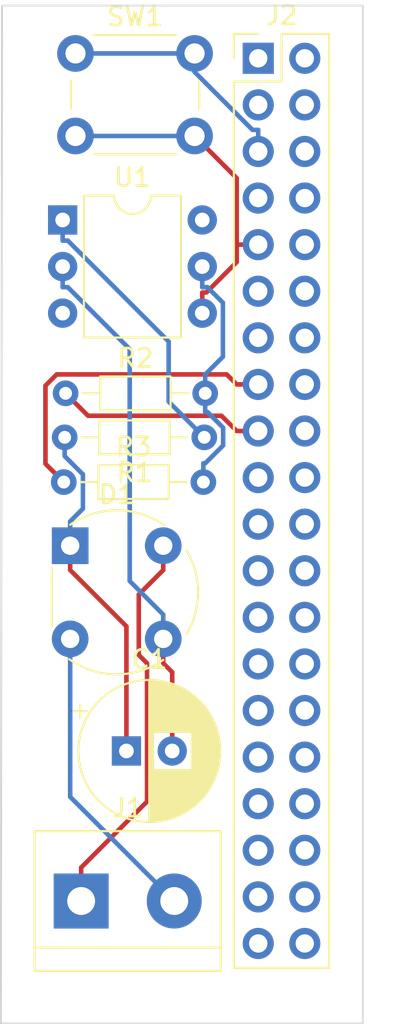
<source format=kicad_pcb>
(kicad_pcb (version 20171130) (host pcbnew "(5.1.5)-2")

  (general
    (thickness 1.6)
    (drawings 1)
    (tracks 67)
    (zones 0)
    (modules 9)
    (nets 11)
  )

  (page A4)
  (layers
    (0 F.Cu signal)
    (31 B.Cu signal)
    (32 B.Adhes user)
    (33 F.Adhes user)
    (34 B.Paste user)
    (35 F.Paste user)
    (36 B.SilkS user)
    (37 F.SilkS user)
    (38 B.Mask user)
    (39 F.Mask user)
    (40 Dwgs.User user)
    (41 Cmts.User user)
    (42 Eco1.User user)
    (43 Eco2.User user)
    (44 Edge.Cuts user)
    (45 Margin user)
    (46 B.CrtYd user)
    (47 F.CrtYd user)
    (48 B.Fab user)
    (49 F.Fab user)
  )

  (setup
    (last_trace_width 0.25)
    (trace_clearance 0.2)
    (zone_clearance 0.508)
    (zone_45_only no)
    (trace_min 0.2)
    (via_size 0.8)
    (via_drill 0.4)
    (via_min_size 0.4)
    (via_min_drill 0.3)
    (uvia_size 0.3)
    (uvia_drill 0.1)
    (uvias_allowed no)
    (uvia_min_size 0.2)
    (uvia_min_drill 0.1)
    (edge_width 0.05)
    (segment_width 0.2)
    (pcb_text_width 0.3)
    (pcb_text_size 1.5 1.5)
    (mod_edge_width 0.12)
    (mod_text_size 1 1)
    (mod_text_width 0.15)
    (pad_size 1.524 1.524)
    (pad_drill 0.762)
    (pad_to_mask_clearance 0.051)
    (solder_mask_min_width 0.25)
    (aux_axis_origin 0 0)
    (visible_elements 7FFFFFFF)
    (pcbplotparams
      (layerselection 0x010fc_ffffffff)
      (usegerberextensions false)
      (usegerberattributes false)
      (usegerberadvancedattributes false)
      (creategerberjobfile false)
      (excludeedgelayer true)
      (linewidth 0.100000)
      (plotframeref false)
      (viasonmask false)
      (mode 1)
      (useauxorigin false)
      (hpglpennumber 1)
      (hpglpenspeed 20)
      (hpglpendiameter 15.000000)
      (psnegative false)
      (psa4output false)
      (plotreference true)
      (plotvalue true)
      (plotinvisibletext false)
      (padsonsilk false)
      (subtractmaskfromsilk false)
      (outputformat 1)
      (mirror false)
      (drillshape 1)
      (scaleselection 1)
      (outputdirectory ""))
  )

  (net 0 "")
  (net 1 "Net-(D1-Pad2)")
  (net 2 /GPIO3)
  (net 3 "Net-(C1-Pad1)")
  (net 4 "Net-(C1-Pad2)")
  (net 5 "Net-(D1-Pad4)")
  (net 6 "Net-(J2-Pad9)")
  (net 7 "Net-(J2-Pad15)")
  (net 8 "Net-(J2-Pad17)")
  (net 9 "Net-(R1-Pad1)")
  (net 10 "Net-(R2-Pad2)")

  (net_class Default "Dies ist die voreingestellte Netzklasse."
    (clearance 0.2)
    (trace_width 0.25)
    (via_dia 0.8)
    (via_drill 0.4)
    (uvia_dia 0.3)
    (uvia_drill 0.1)
    (add_net /GPIO3)
    (add_net "Net-(C1-Pad1)")
    (add_net "Net-(C1-Pad2)")
    (add_net "Net-(D1-Pad2)")
    (add_net "Net-(D1-Pad4)")
    (add_net "Net-(J2-Pad15)")
    (add_net "Net-(J2-Pad17)")
    (add_net "Net-(J2-Pad9)")
    (add_net "Net-(R1-Pad1)")
    (add_net "Net-(R2-Pad2)")
  )

  (module Connector_PinHeader_2.54mm:PinHeader_2x20_P2.54mm_Vertical (layer F.Cu) (tedit 59FED5CC) (tstamp 5ED9B71D)
    (at 54.695 67.385)
    (descr "Through hole straight pin header, 2x20, 2.54mm pitch, double rows")
    (tags "Through hole pin header THT 2x20 2.54mm double row")
    (path /5ED8F937)
    (fp_text reference J2 (at 1.27 -2.33) (layer F.SilkS)
      (effects (font (size 1 1) (thickness 0.15)))
    )
    (fp_text value Raspberry_Pi_2_3 (at 1.27 50.59) (layer F.Fab)
      (effects (font (size 1 1) (thickness 0.15)))
    )
    (fp_line (start 0 -1.27) (end 3.81 -1.27) (layer F.Fab) (width 0.1))
    (fp_line (start 3.81 -1.27) (end 3.81 49.53) (layer F.Fab) (width 0.1))
    (fp_line (start 3.81 49.53) (end -1.27 49.53) (layer F.Fab) (width 0.1))
    (fp_line (start -1.27 49.53) (end -1.27 0) (layer F.Fab) (width 0.1))
    (fp_line (start -1.27 0) (end 0 -1.27) (layer F.Fab) (width 0.1))
    (fp_line (start -1.33 49.59) (end 3.87 49.59) (layer F.SilkS) (width 0.12))
    (fp_line (start -1.33 1.27) (end -1.33 49.59) (layer F.SilkS) (width 0.12))
    (fp_line (start 3.87 -1.33) (end 3.87 49.59) (layer F.SilkS) (width 0.12))
    (fp_line (start -1.33 1.27) (end 1.27 1.27) (layer F.SilkS) (width 0.12))
    (fp_line (start 1.27 1.27) (end 1.27 -1.33) (layer F.SilkS) (width 0.12))
    (fp_line (start 1.27 -1.33) (end 3.87 -1.33) (layer F.SilkS) (width 0.12))
    (fp_line (start -1.33 0) (end -1.33 -1.33) (layer F.SilkS) (width 0.12))
    (fp_line (start -1.33 -1.33) (end 0 -1.33) (layer F.SilkS) (width 0.12))
    (fp_line (start -1.8 -1.8) (end -1.8 50.05) (layer F.CrtYd) (width 0.05))
    (fp_line (start -1.8 50.05) (end 4.35 50.05) (layer F.CrtYd) (width 0.05))
    (fp_line (start 4.35 50.05) (end 4.35 -1.8) (layer F.CrtYd) (width 0.05))
    (fp_line (start 4.35 -1.8) (end -1.8 -1.8) (layer F.CrtYd) (width 0.05))
    (fp_text user %R (at 1.27 24.13 90) (layer F.Fab)
      (effects (font (size 1 1) (thickness 0.15)))
    )
    (pad 1 thru_hole rect (at 0 0) (size 1.7 1.7) (drill 1) (layers *.Cu *.Mask))
    (pad 2 thru_hole oval (at 2.54 0) (size 1.7 1.7) (drill 1) (layers *.Cu *.Mask))
    (pad 3 thru_hole oval (at 0 2.54) (size 1.7 1.7) (drill 1) (layers *.Cu *.Mask))
    (pad 4 thru_hole oval (at 2.54 2.54) (size 1.7 1.7) (drill 1) (layers *.Cu *.Mask))
    (pad 5 thru_hole oval (at 0 5.08) (size 1.7 1.7) (drill 1) (layers *.Cu *.Mask)
      (net 2 /GPIO3))
    (pad 6 thru_hole oval (at 2.54 5.08) (size 1.7 1.7) (drill 1) (layers *.Cu *.Mask))
    (pad 7 thru_hole oval (at 0 7.62) (size 1.7 1.7) (drill 1) (layers *.Cu *.Mask))
    (pad 8 thru_hole oval (at 2.54 7.62) (size 1.7 1.7) (drill 1) (layers *.Cu *.Mask))
    (pad 9 thru_hole oval (at 0 10.16) (size 1.7 1.7) (drill 1) (layers *.Cu *.Mask)
      (net 6 "Net-(J2-Pad9)"))
    (pad 10 thru_hole oval (at 2.54 10.16) (size 1.7 1.7) (drill 1) (layers *.Cu *.Mask))
    (pad 11 thru_hole oval (at 0 12.7) (size 1.7 1.7) (drill 1) (layers *.Cu *.Mask))
    (pad 12 thru_hole oval (at 2.54 12.7) (size 1.7 1.7) (drill 1) (layers *.Cu *.Mask))
    (pad 13 thru_hole oval (at 0 15.24) (size 1.7 1.7) (drill 1) (layers *.Cu *.Mask))
    (pad 14 thru_hole oval (at 2.54 15.24) (size 1.7 1.7) (drill 1) (layers *.Cu *.Mask))
    (pad 15 thru_hole oval (at 0 17.78) (size 1.7 1.7) (drill 1) (layers *.Cu *.Mask)
      (net 7 "Net-(J2-Pad15)"))
    (pad 16 thru_hole oval (at 2.54 17.78) (size 1.7 1.7) (drill 1) (layers *.Cu *.Mask))
    (pad 17 thru_hole oval (at 0 20.32) (size 1.7 1.7) (drill 1) (layers *.Cu *.Mask)
      (net 8 "Net-(J2-Pad17)"))
    (pad 18 thru_hole oval (at 2.54 20.32) (size 1.7 1.7) (drill 1) (layers *.Cu *.Mask))
    (pad 19 thru_hole oval (at 0 22.86) (size 1.7 1.7) (drill 1) (layers *.Cu *.Mask))
    (pad 20 thru_hole oval (at 2.54 22.86) (size 1.7 1.7) (drill 1) (layers *.Cu *.Mask))
    (pad 21 thru_hole oval (at 0 25.4) (size 1.7 1.7) (drill 1) (layers *.Cu *.Mask))
    (pad 22 thru_hole oval (at 2.54 25.4) (size 1.7 1.7) (drill 1) (layers *.Cu *.Mask))
    (pad 23 thru_hole oval (at 0 27.94) (size 1.7 1.7) (drill 1) (layers *.Cu *.Mask))
    (pad 24 thru_hole oval (at 2.54 27.94) (size 1.7 1.7) (drill 1) (layers *.Cu *.Mask))
    (pad 25 thru_hole oval (at 0 30.48) (size 1.7 1.7) (drill 1) (layers *.Cu *.Mask))
    (pad 26 thru_hole oval (at 2.54 30.48) (size 1.7 1.7) (drill 1) (layers *.Cu *.Mask))
    (pad 27 thru_hole oval (at 0 33.02) (size 1.7 1.7) (drill 1) (layers *.Cu *.Mask))
    (pad 28 thru_hole oval (at 2.54 33.02) (size 1.7 1.7) (drill 1) (layers *.Cu *.Mask))
    (pad 29 thru_hole oval (at 0 35.56) (size 1.7 1.7) (drill 1) (layers *.Cu *.Mask))
    (pad 30 thru_hole oval (at 2.54 35.56) (size 1.7 1.7) (drill 1) (layers *.Cu *.Mask))
    (pad 31 thru_hole oval (at 0 38.1) (size 1.7 1.7) (drill 1) (layers *.Cu *.Mask))
    (pad 32 thru_hole oval (at 2.54 38.1) (size 1.7 1.7) (drill 1) (layers *.Cu *.Mask))
    (pad 33 thru_hole oval (at 0 40.64) (size 1.7 1.7) (drill 1) (layers *.Cu *.Mask))
    (pad 34 thru_hole oval (at 2.54 40.64) (size 1.7 1.7) (drill 1) (layers *.Cu *.Mask))
    (pad 35 thru_hole oval (at 0 43.18) (size 1.7 1.7) (drill 1) (layers *.Cu *.Mask))
    (pad 36 thru_hole oval (at 2.54 43.18) (size 1.7 1.7) (drill 1) (layers *.Cu *.Mask))
    (pad 37 thru_hole oval (at 0 45.72) (size 1.7 1.7) (drill 1) (layers *.Cu *.Mask))
    (pad 38 thru_hole oval (at 2.54 45.72) (size 1.7 1.7) (drill 1) (layers *.Cu *.Mask))
    (pad 39 thru_hole oval (at 0 48.26) (size 1.7 1.7) (drill 1) (layers *.Cu *.Mask))
    (pad 40 thru_hole oval (at 2.54 48.26) (size 1.7 1.7) (drill 1) (layers *.Cu *.Mask))
    (model ${KISYS3DMOD}/Connector_PinHeader_2.54mm.3dshapes/PinHeader_2x20_P2.54mm_Vertical.wrl
      (at (xyz 0 0 0))
      (scale (xyz 1 1 1))
      (rotate (xyz 0 0 0))
    )
  )

  (module TerminalBlock:TerminalBlock_bornier-2_P5.08mm (layer F.Cu) (tedit 59FF03AB) (tstamp 5ED9B732)
    (at 45.03 113.33)
    (descr "simple 2-pin terminal block, pitch 5.08mm, revamped version of bornier2")
    (tags "terminal block bornier2")
    (path /5ED99776)
    (fp_text reference J1 (at 2.54 -5.08) (layer F.SilkS)
      (effects (font (size 1 1) (thickness 0.15)))
    )
    (fp_text value Conn_01x02_Male (at 2.54 5.08) (layer F.Fab)
      (effects (font (size 1 1) (thickness 0.15)))
    )
    (fp_text user %R (at 2.54 0) (layer F.Fab)
      (effects (font (size 1 1) (thickness 0.15)))
    )
    (fp_line (start -2.41 2.55) (end 7.49 2.55) (layer F.Fab) (width 0.1))
    (fp_line (start -2.46 -3.75) (end -2.46 3.75) (layer F.Fab) (width 0.1))
    (fp_line (start -2.46 3.75) (end 7.54 3.75) (layer F.Fab) (width 0.1))
    (fp_line (start 7.54 3.75) (end 7.54 -3.75) (layer F.Fab) (width 0.1))
    (fp_line (start 7.54 -3.75) (end -2.46 -3.75) (layer F.Fab) (width 0.1))
    (fp_line (start 7.62 2.54) (end -2.54 2.54) (layer F.SilkS) (width 0.12))
    (fp_line (start 7.62 3.81) (end 7.62 -3.81) (layer F.SilkS) (width 0.12))
    (fp_line (start 7.62 -3.81) (end -2.54 -3.81) (layer F.SilkS) (width 0.12))
    (fp_line (start -2.54 -3.81) (end -2.54 3.81) (layer F.SilkS) (width 0.12))
    (fp_line (start -2.54 3.81) (end 7.62 3.81) (layer F.SilkS) (width 0.12))
    (fp_line (start -2.71 -4) (end 7.79 -4) (layer F.CrtYd) (width 0.05))
    (fp_line (start -2.71 -4) (end -2.71 4) (layer F.CrtYd) (width 0.05))
    (fp_line (start 7.79 4) (end 7.79 -4) (layer F.CrtYd) (width 0.05))
    (fp_line (start 7.79 4) (end -2.71 4) (layer F.CrtYd) (width 0.05))
    (pad 1 thru_hole rect (at 0 0) (size 3 3) (drill 1.52) (layers *.Cu *.Mask)
      (net 5 "Net-(D1-Pad4)"))
    (pad 2 thru_hole circle (at 5.08 0) (size 3 3) (drill 1.52) (layers *.Cu *.Mask)
      (net 1 "Net-(D1-Pad2)"))
    (model ${KISYS3DMOD}/TerminalBlock.3dshapes/TerminalBlock_bornier-2_P5.08mm.wrl
      (offset (xyz 2.539999961853027 0 0))
      (scale (xyz 1 1 1))
      (rotate (xyz 0 0 0))
    )
  )

  (module Resistor_THT:R_Axial_DIN0204_L3.6mm_D1.6mm_P7.62mm_Horizontal (layer F.Cu) (tedit 5AE5139B) (tstamp 5ED9B749)
    (at 51.75 88.05 180)
    (descr "Resistor, Axial_DIN0204 series, Axial, Horizontal, pin pitch=7.62mm, 0.167W, length*diameter=3.6*1.6mm^2, http://cdn-reichelt.de/documents/datenblatt/B400/1_4W%23YAG.pdf")
    (tags "Resistor Axial_DIN0204 series Axial Horizontal pin pitch 7.62mm 0.167W length 3.6mm diameter 1.6mm")
    (path /5ED91482)
    (fp_text reference R1 (at 3.81 -1.92) (layer F.SilkS)
      (effects (font (size 1 1) (thickness 0.15)))
    )
    (fp_text value 1,5k (at 3.81 1.92) (layer F.Fab)
      (effects (font (size 1 1) (thickness 0.15)))
    )
    (fp_line (start 2.01 -0.8) (end 2.01 0.8) (layer F.Fab) (width 0.1))
    (fp_line (start 2.01 0.8) (end 5.61 0.8) (layer F.Fab) (width 0.1))
    (fp_line (start 5.61 0.8) (end 5.61 -0.8) (layer F.Fab) (width 0.1))
    (fp_line (start 5.61 -0.8) (end 2.01 -0.8) (layer F.Fab) (width 0.1))
    (fp_line (start 0 0) (end 2.01 0) (layer F.Fab) (width 0.1))
    (fp_line (start 7.62 0) (end 5.61 0) (layer F.Fab) (width 0.1))
    (fp_line (start 1.89 -0.92) (end 1.89 0.92) (layer F.SilkS) (width 0.12))
    (fp_line (start 1.89 0.92) (end 5.73 0.92) (layer F.SilkS) (width 0.12))
    (fp_line (start 5.73 0.92) (end 5.73 -0.92) (layer F.SilkS) (width 0.12))
    (fp_line (start 5.73 -0.92) (end 1.89 -0.92) (layer F.SilkS) (width 0.12))
    (fp_line (start 0.94 0) (end 1.89 0) (layer F.SilkS) (width 0.12))
    (fp_line (start 6.68 0) (end 5.73 0) (layer F.SilkS) (width 0.12))
    (fp_line (start -0.95 -1.05) (end -0.95 1.05) (layer F.CrtYd) (width 0.05))
    (fp_line (start -0.95 1.05) (end 8.57 1.05) (layer F.CrtYd) (width 0.05))
    (fp_line (start 8.57 1.05) (end 8.57 -1.05) (layer F.CrtYd) (width 0.05))
    (fp_line (start 8.57 -1.05) (end -0.95 -1.05) (layer F.CrtYd) (width 0.05))
    (fp_text user %R (at 3.81 0) (layer F.Fab)
      (effects (font (size 0.72 0.72) (thickness 0.108)))
    )
    (pad 1 thru_hole circle (at 0 0 180) (size 1.4 1.4) (drill 0.7) (layers *.Cu *.Mask)
      (net 9 "Net-(R1-Pad1)"))
    (pad 2 thru_hole oval (at 7.62 0 180) (size 1.4 1.4) (drill 0.7) (layers *.Cu *.Mask)
      (net 3 "Net-(C1-Pad1)"))
    (model ${KISYS3DMOD}/Resistor_THT.3dshapes/R_Axial_DIN0204_L3.6mm_D1.6mm_P7.62mm_Horizontal.wrl
      (at (xyz 0 0 0))
      (scale (xyz 1 1 1))
      (rotate (xyz 0 0 0))
    )
  )

  (module Resistor_THT:R_Axial_DIN0204_L3.6mm_D1.6mm_P7.62mm_Horizontal (layer F.Cu) (tedit 5AE5139B) (tstamp 5ED9B760)
    (at 44.18 85.65)
    (descr "Resistor, Axial_DIN0204 series, Axial, Horizontal, pin pitch=7.62mm, 0.167W, length*diameter=3.6*1.6mm^2, http://cdn-reichelt.de/documents/datenblatt/B400/1_4W%23YAG.pdf")
    (tags "Resistor Axial_DIN0204 series Axial Horizontal pin pitch 7.62mm 0.167W length 3.6mm diameter 1.6mm")
    (path /5ED92CC5)
    (fp_text reference R2 (at 3.81 -1.92) (layer F.SilkS)
      (effects (font (size 1 1) (thickness 0.15)))
    )
    (fp_text value 10k (at 3.81 1.92) (layer F.Fab)
      (effects (font (size 1 1) (thickness 0.15)))
    )
    (fp_text user %R (at 3.81 0) (layer F.Fab)
      (effects (font (size 0.72 0.72) (thickness 0.108)))
    )
    (fp_line (start 8.57 -1.05) (end -0.95 -1.05) (layer F.CrtYd) (width 0.05))
    (fp_line (start 8.57 1.05) (end 8.57 -1.05) (layer F.CrtYd) (width 0.05))
    (fp_line (start -0.95 1.05) (end 8.57 1.05) (layer F.CrtYd) (width 0.05))
    (fp_line (start -0.95 -1.05) (end -0.95 1.05) (layer F.CrtYd) (width 0.05))
    (fp_line (start 6.68 0) (end 5.73 0) (layer F.SilkS) (width 0.12))
    (fp_line (start 0.94 0) (end 1.89 0) (layer F.SilkS) (width 0.12))
    (fp_line (start 5.73 -0.92) (end 1.89 -0.92) (layer F.SilkS) (width 0.12))
    (fp_line (start 5.73 0.92) (end 5.73 -0.92) (layer F.SilkS) (width 0.12))
    (fp_line (start 1.89 0.92) (end 5.73 0.92) (layer F.SilkS) (width 0.12))
    (fp_line (start 1.89 -0.92) (end 1.89 0.92) (layer F.SilkS) (width 0.12))
    (fp_line (start 7.62 0) (end 5.61 0) (layer F.Fab) (width 0.1))
    (fp_line (start 0 0) (end 2.01 0) (layer F.Fab) (width 0.1))
    (fp_line (start 5.61 -0.8) (end 2.01 -0.8) (layer F.Fab) (width 0.1))
    (fp_line (start 5.61 0.8) (end 5.61 -0.8) (layer F.Fab) (width 0.1))
    (fp_line (start 2.01 0.8) (end 5.61 0.8) (layer F.Fab) (width 0.1))
    (fp_line (start 2.01 -0.8) (end 2.01 0.8) (layer F.Fab) (width 0.1))
    (pad 2 thru_hole oval (at 7.62 0) (size 1.4 1.4) (drill 0.7) (layers *.Cu *.Mask)
      (net 10 "Net-(R2-Pad2)"))
    (pad 1 thru_hole circle (at 0 0) (size 1.4 1.4) (drill 0.7) (layers *.Cu *.Mask)
      (net 8 "Net-(J2-Pad17)"))
    (model ${KISYS3DMOD}/Resistor_THT.3dshapes/R_Axial_DIN0204_L3.6mm_D1.6mm_P7.62mm_Horizontal.wrl
      (at (xyz 0 0 0))
      (scale (xyz 1 1 1))
      (rotate (xyz 0 0 0))
    )
  )

  (module Button_Switch_THT:SW_PUSH_6mm_H4.3mm (layer F.Cu) (tedit 5A02FE31) (tstamp 5ED9B77F)
    (at 44.72 67.12)
    (descr "tactile push button, 6x6mm e.g. PHAP33xx series, height=4.3mm")
    (tags "tact sw push 6mm")
    (path /5EDADA8C)
    (fp_text reference SW1 (at 3.25 -2) (layer F.SilkS)
      (effects (font (size 1 1) (thickness 0.15)))
    )
    (fp_text value SW_Push (at 3.75 6.7) (layer F.Fab)
      (effects (font (size 1 1) (thickness 0.15)))
    )
    (fp_text user %R (at 3.25 2.25) (layer F.Fab)
      (effects (font (size 1 1) (thickness 0.15)))
    )
    (fp_line (start 3.25 -0.75) (end 6.25 -0.75) (layer F.Fab) (width 0.1))
    (fp_line (start 6.25 -0.75) (end 6.25 5.25) (layer F.Fab) (width 0.1))
    (fp_line (start 6.25 5.25) (end 0.25 5.25) (layer F.Fab) (width 0.1))
    (fp_line (start 0.25 5.25) (end 0.25 -0.75) (layer F.Fab) (width 0.1))
    (fp_line (start 0.25 -0.75) (end 3.25 -0.75) (layer F.Fab) (width 0.1))
    (fp_line (start 7.75 6) (end 8 6) (layer F.CrtYd) (width 0.05))
    (fp_line (start 8 6) (end 8 5.75) (layer F.CrtYd) (width 0.05))
    (fp_line (start 7.75 -1.5) (end 8 -1.5) (layer F.CrtYd) (width 0.05))
    (fp_line (start 8 -1.5) (end 8 -1.25) (layer F.CrtYd) (width 0.05))
    (fp_line (start -1.5 -1.25) (end -1.5 -1.5) (layer F.CrtYd) (width 0.05))
    (fp_line (start -1.5 -1.5) (end -1.25 -1.5) (layer F.CrtYd) (width 0.05))
    (fp_line (start -1.5 5.75) (end -1.5 6) (layer F.CrtYd) (width 0.05))
    (fp_line (start -1.5 6) (end -1.25 6) (layer F.CrtYd) (width 0.05))
    (fp_line (start -1.25 -1.5) (end 7.75 -1.5) (layer F.CrtYd) (width 0.05))
    (fp_line (start -1.5 5.75) (end -1.5 -1.25) (layer F.CrtYd) (width 0.05))
    (fp_line (start 7.75 6) (end -1.25 6) (layer F.CrtYd) (width 0.05))
    (fp_line (start 8 -1.25) (end 8 5.75) (layer F.CrtYd) (width 0.05))
    (fp_line (start 1 5.5) (end 5.5 5.5) (layer F.SilkS) (width 0.12))
    (fp_line (start -0.25 1.5) (end -0.25 3) (layer F.SilkS) (width 0.12))
    (fp_line (start 5.5 -1) (end 1 -1) (layer F.SilkS) (width 0.12))
    (fp_line (start 6.75 3) (end 6.75 1.5) (layer F.SilkS) (width 0.12))
    (fp_circle (center 3.25 2.25) (end 1.25 2.5) (layer F.Fab) (width 0.1))
    (pad 2 thru_hole circle (at 0 4.5 90) (size 2 2) (drill 1.1) (layers *.Cu *.Mask)
      (net 6 "Net-(J2-Pad9)"))
    (pad 1 thru_hole circle (at 0 0 90) (size 2 2) (drill 1.1) (layers *.Cu *.Mask)
      (net 2 /GPIO3))
    (pad 2 thru_hole circle (at 6.5 4.5 90) (size 2 2) (drill 1.1) (layers *.Cu *.Mask)
      (net 6 "Net-(J2-Pad9)"))
    (pad 1 thru_hole circle (at 6.5 0 90) (size 2 2) (drill 1.1) (layers *.Cu *.Mask)
      (net 2 /GPIO3))
    (model ${KISYS3DMOD}/Button_Switch_THT.3dshapes/SW_PUSH_6mm_H4.3mm.wrl
      (at (xyz 0 0 0))
      (scale (xyz 1 1 1))
      (rotate (xyz 0 0 0))
    )
  )

  (module Capacitor_THT:CP_Radial_D7.5mm_P2.50mm (layer F.Cu) (tedit 5AE50EF0) (tstamp 5EDC5EDE)
    (at 47.5 105.15)
    (descr "CP, Radial series, Radial, pin pitch=2.50mm, , diameter=7.5mm, Electrolytic Capacitor")
    (tags "CP Radial series Radial pin pitch 2.50mm  diameter 7.5mm Electrolytic Capacitor")
    (path /5EDD4223)
    (fp_text reference C1 (at 1.25 -5) (layer F.SilkS)
      (effects (font (size 1 1) (thickness 0.15)))
    )
    (fp_text value "47 uF" (at 1.25 5) (layer F.Fab)
      (effects (font (size 1 1) (thickness 0.15)))
    )
    (fp_circle (center 1.25 0) (end 5 0) (layer F.Fab) (width 0.1))
    (fp_circle (center 1.25 0) (end 5.12 0) (layer F.SilkS) (width 0.12))
    (fp_circle (center 1.25 0) (end 5.25 0) (layer F.CrtYd) (width 0.05))
    (fp_line (start -1.961233 -1.6375) (end -1.211233 -1.6375) (layer F.Fab) (width 0.1))
    (fp_line (start -1.586233 -2.0125) (end -1.586233 -1.2625) (layer F.Fab) (width 0.1))
    (fp_line (start 1.25 -3.83) (end 1.25 3.83) (layer F.SilkS) (width 0.12))
    (fp_line (start 1.29 -3.83) (end 1.29 3.83) (layer F.SilkS) (width 0.12))
    (fp_line (start 1.33 -3.83) (end 1.33 3.83) (layer F.SilkS) (width 0.12))
    (fp_line (start 1.37 -3.829) (end 1.37 3.829) (layer F.SilkS) (width 0.12))
    (fp_line (start 1.41 -3.827) (end 1.41 3.827) (layer F.SilkS) (width 0.12))
    (fp_line (start 1.45 -3.825) (end 1.45 3.825) (layer F.SilkS) (width 0.12))
    (fp_line (start 1.49 -3.823) (end 1.49 -1.04) (layer F.SilkS) (width 0.12))
    (fp_line (start 1.49 1.04) (end 1.49 3.823) (layer F.SilkS) (width 0.12))
    (fp_line (start 1.53 -3.82) (end 1.53 -1.04) (layer F.SilkS) (width 0.12))
    (fp_line (start 1.53 1.04) (end 1.53 3.82) (layer F.SilkS) (width 0.12))
    (fp_line (start 1.57 -3.817) (end 1.57 -1.04) (layer F.SilkS) (width 0.12))
    (fp_line (start 1.57 1.04) (end 1.57 3.817) (layer F.SilkS) (width 0.12))
    (fp_line (start 1.61 -3.814) (end 1.61 -1.04) (layer F.SilkS) (width 0.12))
    (fp_line (start 1.61 1.04) (end 1.61 3.814) (layer F.SilkS) (width 0.12))
    (fp_line (start 1.65 -3.81) (end 1.65 -1.04) (layer F.SilkS) (width 0.12))
    (fp_line (start 1.65 1.04) (end 1.65 3.81) (layer F.SilkS) (width 0.12))
    (fp_line (start 1.69 -3.805) (end 1.69 -1.04) (layer F.SilkS) (width 0.12))
    (fp_line (start 1.69 1.04) (end 1.69 3.805) (layer F.SilkS) (width 0.12))
    (fp_line (start 1.73 -3.801) (end 1.73 -1.04) (layer F.SilkS) (width 0.12))
    (fp_line (start 1.73 1.04) (end 1.73 3.801) (layer F.SilkS) (width 0.12))
    (fp_line (start 1.77 -3.795) (end 1.77 -1.04) (layer F.SilkS) (width 0.12))
    (fp_line (start 1.77 1.04) (end 1.77 3.795) (layer F.SilkS) (width 0.12))
    (fp_line (start 1.81 -3.79) (end 1.81 -1.04) (layer F.SilkS) (width 0.12))
    (fp_line (start 1.81 1.04) (end 1.81 3.79) (layer F.SilkS) (width 0.12))
    (fp_line (start 1.85 -3.784) (end 1.85 -1.04) (layer F.SilkS) (width 0.12))
    (fp_line (start 1.85 1.04) (end 1.85 3.784) (layer F.SilkS) (width 0.12))
    (fp_line (start 1.89 -3.777) (end 1.89 -1.04) (layer F.SilkS) (width 0.12))
    (fp_line (start 1.89 1.04) (end 1.89 3.777) (layer F.SilkS) (width 0.12))
    (fp_line (start 1.93 -3.77) (end 1.93 -1.04) (layer F.SilkS) (width 0.12))
    (fp_line (start 1.93 1.04) (end 1.93 3.77) (layer F.SilkS) (width 0.12))
    (fp_line (start 1.971 -3.763) (end 1.971 -1.04) (layer F.SilkS) (width 0.12))
    (fp_line (start 1.971 1.04) (end 1.971 3.763) (layer F.SilkS) (width 0.12))
    (fp_line (start 2.011 -3.755) (end 2.011 -1.04) (layer F.SilkS) (width 0.12))
    (fp_line (start 2.011 1.04) (end 2.011 3.755) (layer F.SilkS) (width 0.12))
    (fp_line (start 2.051 -3.747) (end 2.051 -1.04) (layer F.SilkS) (width 0.12))
    (fp_line (start 2.051 1.04) (end 2.051 3.747) (layer F.SilkS) (width 0.12))
    (fp_line (start 2.091 -3.738) (end 2.091 -1.04) (layer F.SilkS) (width 0.12))
    (fp_line (start 2.091 1.04) (end 2.091 3.738) (layer F.SilkS) (width 0.12))
    (fp_line (start 2.131 -3.729) (end 2.131 -1.04) (layer F.SilkS) (width 0.12))
    (fp_line (start 2.131 1.04) (end 2.131 3.729) (layer F.SilkS) (width 0.12))
    (fp_line (start 2.171 -3.72) (end 2.171 -1.04) (layer F.SilkS) (width 0.12))
    (fp_line (start 2.171 1.04) (end 2.171 3.72) (layer F.SilkS) (width 0.12))
    (fp_line (start 2.211 -3.71) (end 2.211 -1.04) (layer F.SilkS) (width 0.12))
    (fp_line (start 2.211 1.04) (end 2.211 3.71) (layer F.SilkS) (width 0.12))
    (fp_line (start 2.251 -3.699) (end 2.251 -1.04) (layer F.SilkS) (width 0.12))
    (fp_line (start 2.251 1.04) (end 2.251 3.699) (layer F.SilkS) (width 0.12))
    (fp_line (start 2.291 -3.688) (end 2.291 -1.04) (layer F.SilkS) (width 0.12))
    (fp_line (start 2.291 1.04) (end 2.291 3.688) (layer F.SilkS) (width 0.12))
    (fp_line (start 2.331 -3.677) (end 2.331 -1.04) (layer F.SilkS) (width 0.12))
    (fp_line (start 2.331 1.04) (end 2.331 3.677) (layer F.SilkS) (width 0.12))
    (fp_line (start 2.371 -3.665) (end 2.371 -1.04) (layer F.SilkS) (width 0.12))
    (fp_line (start 2.371 1.04) (end 2.371 3.665) (layer F.SilkS) (width 0.12))
    (fp_line (start 2.411 -3.653) (end 2.411 -1.04) (layer F.SilkS) (width 0.12))
    (fp_line (start 2.411 1.04) (end 2.411 3.653) (layer F.SilkS) (width 0.12))
    (fp_line (start 2.451 -3.64) (end 2.451 -1.04) (layer F.SilkS) (width 0.12))
    (fp_line (start 2.451 1.04) (end 2.451 3.64) (layer F.SilkS) (width 0.12))
    (fp_line (start 2.491 -3.626) (end 2.491 -1.04) (layer F.SilkS) (width 0.12))
    (fp_line (start 2.491 1.04) (end 2.491 3.626) (layer F.SilkS) (width 0.12))
    (fp_line (start 2.531 -3.613) (end 2.531 -1.04) (layer F.SilkS) (width 0.12))
    (fp_line (start 2.531 1.04) (end 2.531 3.613) (layer F.SilkS) (width 0.12))
    (fp_line (start 2.571 -3.598) (end 2.571 -1.04) (layer F.SilkS) (width 0.12))
    (fp_line (start 2.571 1.04) (end 2.571 3.598) (layer F.SilkS) (width 0.12))
    (fp_line (start 2.611 -3.584) (end 2.611 -1.04) (layer F.SilkS) (width 0.12))
    (fp_line (start 2.611 1.04) (end 2.611 3.584) (layer F.SilkS) (width 0.12))
    (fp_line (start 2.651 -3.568) (end 2.651 -1.04) (layer F.SilkS) (width 0.12))
    (fp_line (start 2.651 1.04) (end 2.651 3.568) (layer F.SilkS) (width 0.12))
    (fp_line (start 2.691 -3.553) (end 2.691 -1.04) (layer F.SilkS) (width 0.12))
    (fp_line (start 2.691 1.04) (end 2.691 3.553) (layer F.SilkS) (width 0.12))
    (fp_line (start 2.731 -3.536) (end 2.731 -1.04) (layer F.SilkS) (width 0.12))
    (fp_line (start 2.731 1.04) (end 2.731 3.536) (layer F.SilkS) (width 0.12))
    (fp_line (start 2.771 -3.52) (end 2.771 -1.04) (layer F.SilkS) (width 0.12))
    (fp_line (start 2.771 1.04) (end 2.771 3.52) (layer F.SilkS) (width 0.12))
    (fp_line (start 2.811 -3.502) (end 2.811 -1.04) (layer F.SilkS) (width 0.12))
    (fp_line (start 2.811 1.04) (end 2.811 3.502) (layer F.SilkS) (width 0.12))
    (fp_line (start 2.851 -3.484) (end 2.851 -1.04) (layer F.SilkS) (width 0.12))
    (fp_line (start 2.851 1.04) (end 2.851 3.484) (layer F.SilkS) (width 0.12))
    (fp_line (start 2.891 -3.466) (end 2.891 -1.04) (layer F.SilkS) (width 0.12))
    (fp_line (start 2.891 1.04) (end 2.891 3.466) (layer F.SilkS) (width 0.12))
    (fp_line (start 2.931 -3.447) (end 2.931 -1.04) (layer F.SilkS) (width 0.12))
    (fp_line (start 2.931 1.04) (end 2.931 3.447) (layer F.SilkS) (width 0.12))
    (fp_line (start 2.971 -3.427) (end 2.971 -1.04) (layer F.SilkS) (width 0.12))
    (fp_line (start 2.971 1.04) (end 2.971 3.427) (layer F.SilkS) (width 0.12))
    (fp_line (start 3.011 -3.407) (end 3.011 -1.04) (layer F.SilkS) (width 0.12))
    (fp_line (start 3.011 1.04) (end 3.011 3.407) (layer F.SilkS) (width 0.12))
    (fp_line (start 3.051 -3.386) (end 3.051 -1.04) (layer F.SilkS) (width 0.12))
    (fp_line (start 3.051 1.04) (end 3.051 3.386) (layer F.SilkS) (width 0.12))
    (fp_line (start 3.091 -3.365) (end 3.091 -1.04) (layer F.SilkS) (width 0.12))
    (fp_line (start 3.091 1.04) (end 3.091 3.365) (layer F.SilkS) (width 0.12))
    (fp_line (start 3.131 -3.343) (end 3.131 -1.04) (layer F.SilkS) (width 0.12))
    (fp_line (start 3.131 1.04) (end 3.131 3.343) (layer F.SilkS) (width 0.12))
    (fp_line (start 3.171 -3.321) (end 3.171 -1.04) (layer F.SilkS) (width 0.12))
    (fp_line (start 3.171 1.04) (end 3.171 3.321) (layer F.SilkS) (width 0.12))
    (fp_line (start 3.211 -3.297) (end 3.211 -1.04) (layer F.SilkS) (width 0.12))
    (fp_line (start 3.211 1.04) (end 3.211 3.297) (layer F.SilkS) (width 0.12))
    (fp_line (start 3.251 -3.274) (end 3.251 -1.04) (layer F.SilkS) (width 0.12))
    (fp_line (start 3.251 1.04) (end 3.251 3.274) (layer F.SilkS) (width 0.12))
    (fp_line (start 3.291 -3.249) (end 3.291 -1.04) (layer F.SilkS) (width 0.12))
    (fp_line (start 3.291 1.04) (end 3.291 3.249) (layer F.SilkS) (width 0.12))
    (fp_line (start 3.331 -3.224) (end 3.331 -1.04) (layer F.SilkS) (width 0.12))
    (fp_line (start 3.331 1.04) (end 3.331 3.224) (layer F.SilkS) (width 0.12))
    (fp_line (start 3.371 -3.198) (end 3.371 -1.04) (layer F.SilkS) (width 0.12))
    (fp_line (start 3.371 1.04) (end 3.371 3.198) (layer F.SilkS) (width 0.12))
    (fp_line (start 3.411 -3.172) (end 3.411 -1.04) (layer F.SilkS) (width 0.12))
    (fp_line (start 3.411 1.04) (end 3.411 3.172) (layer F.SilkS) (width 0.12))
    (fp_line (start 3.451 -3.144) (end 3.451 -1.04) (layer F.SilkS) (width 0.12))
    (fp_line (start 3.451 1.04) (end 3.451 3.144) (layer F.SilkS) (width 0.12))
    (fp_line (start 3.491 -3.116) (end 3.491 -1.04) (layer F.SilkS) (width 0.12))
    (fp_line (start 3.491 1.04) (end 3.491 3.116) (layer F.SilkS) (width 0.12))
    (fp_line (start 3.531 -3.088) (end 3.531 -1.04) (layer F.SilkS) (width 0.12))
    (fp_line (start 3.531 1.04) (end 3.531 3.088) (layer F.SilkS) (width 0.12))
    (fp_line (start 3.571 -3.058) (end 3.571 3.058) (layer F.SilkS) (width 0.12))
    (fp_line (start 3.611 -3.028) (end 3.611 3.028) (layer F.SilkS) (width 0.12))
    (fp_line (start 3.651 -2.996) (end 3.651 2.996) (layer F.SilkS) (width 0.12))
    (fp_line (start 3.691 -2.964) (end 3.691 2.964) (layer F.SilkS) (width 0.12))
    (fp_line (start 3.731 -2.931) (end 3.731 2.931) (layer F.SilkS) (width 0.12))
    (fp_line (start 3.771 -2.898) (end 3.771 2.898) (layer F.SilkS) (width 0.12))
    (fp_line (start 3.811 -2.863) (end 3.811 2.863) (layer F.SilkS) (width 0.12))
    (fp_line (start 3.851 -2.827) (end 3.851 2.827) (layer F.SilkS) (width 0.12))
    (fp_line (start 3.891 -2.79) (end 3.891 2.79) (layer F.SilkS) (width 0.12))
    (fp_line (start 3.931 -2.752) (end 3.931 2.752) (layer F.SilkS) (width 0.12))
    (fp_line (start 3.971 -2.713) (end 3.971 2.713) (layer F.SilkS) (width 0.12))
    (fp_line (start 4.011 -2.673) (end 4.011 2.673) (layer F.SilkS) (width 0.12))
    (fp_line (start 4.051 -2.632) (end 4.051 2.632) (layer F.SilkS) (width 0.12))
    (fp_line (start 4.091 -2.589) (end 4.091 2.589) (layer F.SilkS) (width 0.12))
    (fp_line (start 4.131 -2.546) (end 4.131 2.546) (layer F.SilkS) (width 0.12))
    (fp_line (start 4.171 -2.5) (end 4.171 2.5) (layer F.SilkS) (width 0.12))
    (fp_line (start 4.211 -2.454) (end 4.211 2.454) (layer F.SilkS) (width 0.12))
    (fp_line (start 4.251 -2.405) (end 4.251 2.405) (layer F.SilkS) (width 0.12))
    (fp_line (start 4.291 -2.355) (end 4.291 2.355) (layer F.SilkS) (width 0.12))
    (fp_line (start 4.331 -2.304) (end 4.331 2.304) (layer F.SilkS) (width 0.12))
    (fp_line (start 4.371 -2.25) (end 4.371 2.25) (layer F.SilkS) (width 0.12))
    (fp_line (start 4.411 -2.195) (end 4.411 2.195) (layer F.SilkS) (width 0.12))
    (fp_line (start 4.451 -2.137) (end 4.451 2.137) (layer F.SilkS) (width 0.12))
    (fp_line (start 4.491 -2.077) (end 4.491 2.077) (layer F.SilkS) (width 0.12))
    (fp_line (start 4.531 -2.014) (end 4.531 2.014) (layer F.SilkS) (width 0.12))
    (fp_line (start 4.571 -1.949) (end 4.571 1.949) (layer F.SilkS) (width 0.12))
    (fp_line (start 4.611 -1.881) (end 4.611 1.881) (layer F.SilkS) (width 0.12))
    (fp_line (start 4.651 -1.809) (end 4.651 1.809) (layer F.SilkS) (width 0.12))
    (fp_line (start 4.691 -1.733) (end 4.691 1.733) (layer F.SilkS) (width 0.12))
    (fp_line (start 4.731 -1.654) (end 4.731 1.654) (layer F.SilkS) (width 0.12))
    (fp_line (start 4.771 -1.569) (end 4.771 1.569) (layer F.SilkS) (width 0.12))
    (fp_line (start 4.811 -1.478) (end 4.811 1.478) (layer F.SilkS) (width 0.12))
    (fp_line (start 4.851 -1.381) (end 4.851 1.381) (layer F.SilkS) (width 0.12))
    (fp_line (start 4.891 -1.275) (end 4.891 1.275) (layer F.SilkS) (width 0.12))
    (fp_line (start 4.931 -1.158) (end 4.931 1.158) (layer F.SilkS) (width 0.12))
    (fp_line (start 4.971 -1.028) (end 4.971 1.028) (layer F.SilkS) (width 0.12))
    (fp_line (start 5.011 -0.877) (end 5.011 0.877) (layer F.SilkS) (width 0.12))
    (fp_line (start 5.051 -0.693) (end 5.051 0.693) (layer F.SilkS) (width 0.12))
    (fp_line (start 5.091 -0.441) (end 5.091 0.441) (layer F.SilkS) (width 0.12))
    (fp_line (start -2.892211 -2.175) (end -2.142211 -2.175) (layer F.SilkS) (width 0.12))
    (fp_line (start -2.517211 -2.55) (end -2.517211 -1.8) (layer F.SilkS) (width 0.12))
    (fp_text user %R (at 1.25 0) (layer F.Fab)
      (effects (font (size 1 1) (thickness 0.15)))
    )
    (pad 1 thru_hole rect (at 0 0) (size 1.6 1.6) (drill 0.8) (layers *.Cu *.Mask)
      (net 3 "Net-(C1-Pad1)"))
    (pad 2 thru_hole circle (at 2.5 0) (size 1.6 1.6) (drill 0.8) (layers *.Cu *.Mask)
      (net 4 "Net-(C1-Pad2)"))
    (model ${KISYS3DMOD}/Capacitor_THT.3dshapes/CP_Radial_D7.5mm_P2.50mm.wrl
      (at (xyz 0 0 0))
      (scale (xyz 1 1 1))
      (rotate (xyz 0 0 0))
    )
  )

  (module Diode_THT:Diode_Bridge_Round_D8.9mm (layer F.Cu) (tedit 5A142105) (tstamp 5EDC607F)
    (at 44.43 93.96)
    (descr "4-lead round diode bridge package, diameter 8.9mm, pin pitch 5.08mm, see http://cdn-reichelt.de/documents/datenblatt/A400/W005M-W10M_SEP.PDF")
    (tags "diode bridge 8.9mm 8.85mm WOB pitch 5.08mm")
    (path /5EDCF2CB)
    (fp_text reference D1 (at 2.54 -2.794) (layer F.SilkS)
      (effects (font (size 1 1) (thickness 0.15)))
    )
    (fp_text value D_Bridge_+A-A (at 2.794 8.128) (layer F.Fab)
      (effects (font (size 1 1) (thickness 0.15)))
    )
    (fp_text user %R (at 3.81 2.54) (layer F.Fab)
      (effects (font (size 1 1) (thickness 0.15)))
    )
    (fp_line (start -1 1.2) (end -1 4.4) (layer F.SilkS) (width 0.12))
    (fp_line (start -0.9 -0.2) (end -0.9 5.3) (layer F.Fab) (width 0.12))
    (fp_line (start -1.25 -2.11) (end 7.19 -2.11) (layer F.CrtYd) (width 0.05))
    (fp_line (start -1.25 -2.11) (end -1.25 7.19) (layer F.CrtYd) (width 0.05))
    (fp_line (start 7.19 7.19) (end 7.19 -2.11) (layer F.CrtYd) (width 0.05))
    (fp_line (start 7.19 7.19) (end -1.25 7.19) (layer F.CrtYd) (width 0.05))
    (fp_arc (start 2.54 2.54) (end 5.08 6.223) (angle 70) (layer F.SilkS) (width 0.12))
    (fp_arc (start 2.54 2.54) (end 6.35 0.254) (angle 62) (layer F.SilkS) (width 0.12))
    (fp_arc (start 2.54 2.54) (end 0 -1.143) (angle 70) (layer F.SilkS) (width 0.12))
    (fp_arc (start 2.54 2.54) (end -0.9 -0.2) (angle 283) (layer F.Fab) (width 0.12))
    (pad 4 thru_hole oval (at 5.08 0) (size 2 2) (drill 1) (layers *.Cu *.Mask)
      (net 5 "Net-(D1-Pad4)"))
    (pad 2 thru_hole oval (at 0 5.08) (size 2 2) (drill 1) (layers *.Cu *.Mask)
      (net 1 "Net-(D1-Pad2)"))
    (pad 3 thru_hole oval (at 5.08 5.08) (size 2 2) (drill 1) (layers *.Cu *.Mask)
      (net 4 "Net-(C1-Pad2)"))
    (pad 1 thru_hole rect (at 0 0) (size 2 2) (drill 1) (layers *.Cu *.Mask)
      (net 3 "Net-(C1-Pad1)"))
    (model ${KISYS3DMOD}/Diode_THT.3dshapes/Diode_Bridge_Round_D8.9mm.wrl
      (at (xyz 0 0 0))
      (scale (xyz 1 1 1))
      (rotate (xyz 0 0 0))
    )
  )

  (module Package_DIP:DIP-6_W7.62mm (layer F.Cu) (tedit 5A02E8C5) (tstamp 5EDC603B)
    (at 44.02 76.2)
    (descr "6-lead though-hole mounted DIP package, row spacing 7.62 mm (300 mils)")
    (tags "THT DIP DIL PDIP 2.54mm 7.62mm 300mil")
    (path /5EDBED2E)
    (fp_text reference U1 (at 3.81 -2.33) (layer F.SilkS)
      (effects (font (size 1 1) (thickness 0.15)))
    )
    (fp_text value CNY17-4 (at 3.81 7.41) (layer F.Fab)
      (effects (font (size 1 1) (thickness 0.15)))
    )
    (fp_arc (start 3.81 -1.33) (end 2.81 -1.33) (angle -180) (layer F.SilkS) (width 0.12))
    (fp_line (start 1.635 -1.27) (end 6.985 -1.27) (layer F.Fab) (width 0.1))
    (fp_line (start 6.985 -1.27) (end 6.985 6.35) (layer F.Fab) (width 0.1))
    (fp_line (start 6.985 6.35) (end 0.635 6.35) (layer F.Fab) (width 0.1))
    (fp_line (start 0.635 6.35) (end 0.635 -0.27) (layer F.Fab) (width 0.1))
    (fp_line (start 0.635 -0.27) (end 1.635 -1.27) (layer F.Fab) (width 0.1))
    (fp_line (start 2.81 -1.33) (end 1.16 -1.33) (layer F.SilkS) (width 0.12))
    (fp_line (start 1.16 -1.33) (end 1.16 6.41) (layer F.SilkS) (width 0.12))
    (fp_line (start 1.16 6.41) (end 6.46 6.41) (layer F.SilkS) (width 0.12))
    (fp_line (start 6.46 6.41) (end 6.46 -1.33) (layer F.SilkS) (width 0.12))
    (fp_line (start 6.46 -1.33) (end 4.81 -1.33) (layer F.SilkS) (width 0.12))
    (fp_line (start -1.1 -1.55) (end -1.1 6.6) (layer F.CrtYd) (width 0.05))
    (fp_line (start -1.1 6.6) (end 8.7 6.6) (layer F.CrtYd) (width 0.05))
    (fp_line (start 8.7 6.6) (end 8.7 -1.55) (layer F.CrtYd) (width 0.05))
    (fp_line (start 8.7 -1.55) (end -1.1 -1.55) (layer F.CrtYd) (width 0.05))
    (fp_text user %R (at 3.81 2.54) (layer F.Fab)
      (effects (font (size 1 1) (thickness 0.15)))
    )
    (pad 1 thru_hole rect (at 0 0) (size 1.6 1.6) (drill 0.8) (layers *.Cu *.Mask)
      (net 9 "Net-(R1-Pad1)"))
    (pad 4 thru_hole oval (at 7.62 5.08) (size 1.6 1.6) (drill 0.8) (layers *.Cu *.Mask)
      (net 6 "Net-(J2-Pad9)"))
    (pad 2 thru_hole oval (at 0 2.54) (size 1.6 1.6) (drill 0.8) (layers *.Cu *.Mask)
      (net 4 "Net-(C1-Pad2)"))
    (pad 5 thru_hole oval (at 7.62 2.54) (size 1.6 1.6) (drill 0.8) (layers *.Cu *.Mask)
      (net 10 "Net-(R2-Pad2)"))
    (pad 3 thru_hole oval (at 0 5.08) (size 1.6 1.6) (drill 0.8) (layers *.Cu *.Mask))
    (pad 6 thru_hole oval (at 7.62 0) (size 1.6 1.6) (drill 0.8) (layers *.Cu *.Mask))
    (model ${KISYS3DMOD}/Package_DIP.3dshapes/DIP-6_W7.62mm.wrl
      (at (xyz 0 0 0))
      (scale (xyz 1 1 1))
      (rotate (xyz 0 0 0))
    )
  )

  (module Resistor_THT:R_Axial_DIN0204_L3.6mm_D1.6mm_P7.62mm_Horizontal (layer F.Cu) (tedit 5AE5139B) (tstamp 5EDC60FB)
    (at 44.08 90.49)
    (descr "Resistor, Axial_DIN0204 series, Axial, Horizontal, pin pitch=7.62mm, 0.167W, length*diameter=3.6*1.6mm^2, http://cdn-reichelt.de/documents/datenblatt/B400/1_4W%23YAG.pdf")
    (tags "Resistor Axial_DIN0204 series Axial Horizontal pin pitch 7.62mm 0.167W length 3.6mm diameter 1.6mm")
    (path /5EDCC36C)
    (fp_text reference R3 (at 3.81 -1.92) (layer F.SilkS)
      (effects (font (size 1 1) (thickness 0.15)))
    )
    (fp_text value 1k (at 3.81 1.92) (layer F.Fab)
      (effects (font (size 1 1) (thickness 0.15)))
    )
    (fp_line (start 2.01 -0.8) (end 2.01 0.8) (layer F.Fab) (width 0.1))
    (fp_line (start 2.01 0.8) (end 5.61 0.8) (layer F.Fab) (width 0.1))
    (fp_line (start 5.61 0.8) (end 5.61 -0.8) (layer F.Fab) (width 0.1))
    (fp_line (start 5.61 -0.8) (end 2.01 -0.8) (layer F.Fab) (width 0.1))
    (fp_line (start 0 0) (end 2.01 0) (layer F.Fab) (width 0.1))
    (fp_line (start 7.62 0) (end 5.61 0) (layer F.Fab) (width 0.1))
    (fp_line (start 1.89 -0.92) (end 1.89 0.92) (layer F.SilkS) (width 0.12))
    (fp_line (start 1.89 0.92) (end 5.73 0.92) (layer F.SilkS) (width 0.12))
    (fp_line (start 5.73 0.92) (end 5.73 -0.92) (layer F.SilkS) (width 0.12))
    (fp_line (start 5.73 -0.92) (end 1.89 -0.92) (layer F.SilkS) (width 0.12))
    (fp_line (start 0.94 0) (end 1.89 0) (layer F.SilkS) (width 0.12))
    (fp_line (start 6.68 0) (end 5.73 0) (layer F.SilkS) (width 0.12))
    (fp_line (start -0.95 -1.05) (end -0.95 1.05) (layer F.CrtYd) (width 0.05))
    (fp_line (start -0.95 1.05) (end 8.57 1.05) (layer F.CrtYd) (width 0.05))
    (fp_line (start 8.57 1.05) (end 8.57 -1.05) (layer F.CrtYd) (width 0.05))
    (fp_line (start 8.57 -1.05) (end -0.95 -1.05) (layer F.CrtYd) (width 0.05))
    (fp_text user %R (at 3.81 0) (layer F.Fab)
      (effects (font (size 0.72 0.72) (thickness 0.108)))
    )
    (pad 1 thru_hole circle (at 0 0) (size 1.4 1.4) (drill 0.7) (layers *.Cu *.Mask)
      (net 7 "Net-(J2-Pad15)"))
    (pad 2 thru_hole oval (at 7.62 0) (size 1.4 1.4) (drill 0.7) (layers *.Cu *.Mask)
      (net 10 "Net-(R2-Pad2)"))
    (model ${KISYS3DMOD}/Resistor_THT.3dshapes/R_Axial_DIN0204_L3.6mm_D1.6mm_P7.62mm_Horizontal.wrl
      (at (xyz 0 0 0))
      (scale (xyz 1 1 1))
      (rotate (xyz 0 0 0))
    )
  )

  (gr_poly (pts (xy 60.4 120.01) (xy 40.65 120.01) (xy 40.71 64.51) (xy 60.4 64.51)) (layer Edge.Cuts) (width 0.1))

  (segment (start 44.43 99.04) (end 44.43 107.65) (width 0.25) (layer B.Cu) (net 1))
  (segment (start 44.43 107.65) (end 50.11 113.33) (width 0.25) (layer B.Cu) (net 1))
  (segment (start 51.22 67.12) (end 51.22 68.1281) (width 0.25) (layer B.Cu) (net 2))
  (segment (start 51.22 68.1281) (end 54.3816 71.2897) (width 0.25) (layer B.Cu) (net 2))
  (segment (start 54.3816 71.2897) (end 54.695 71.2897) (width 0.25) (layer B.Cu) (net 2))
  (segment (start 51.22 67.12) (end 44.72 67.12) (width 0.25) (layer B.Cu) (net 2))
  (segment (start 54.695 72.465) (end 54.695 71.2897) (width 0.25) (layer B.Cu) (net 2))
  (segment (start 44.13 88.05) (end 44.13 89.0753) (width 0.25) (layer B.Cu) (net 3))
  (segment (start 44.43 93.96) (end 44.43 92.6347) (width 0.25) (layer B.Cu) (net 3))
  (segment (start 44.43 92.6347) (end 45.1265 91.9382) (width 0.25) (layer B.Cu) (net 3))
  (segment (start 45.1265 91.9382) (end 45.1265 90.0718) (width 0.25) (layer B.Cu) (net 3))
  (segment (start 45.1265 90.0718) (end 44.13 89.0753) (width 0.25) (layer B.Cu) (net 3))
  (segment (start 44.43 93.96) (end 44.43 95.2853) (width 0.25) (layer F.Cu) (net 3))
  (segment (start 47.5 105.15) (end 47.5 98.3553) (width 0.25) (layer F.Cu) (net 3))
  (segment (start 47.5 98.3553) (end 44.43 95.2853) (width 0.25) (layer F.Cu) (net 3))
  (segment (start 44.02 79.8653) (end 44.3013 79.8653) (width 0.25) (layer B.Cu) (net 4))
  (segment (start 44.3013 79.8653) (end 47.6799 83.2439) (width 0.25) (layer B.Cu) (net 4))
  (segment (start 47.6799 83.2439) (end 47.6799 95.8846) (width 0.25) (layer B.Cu) (net 4))
  (segment (start 47.6799 95.8846) (end 49.51 97.7147) (width 0.25) (layer B.Cu) (net 4))
  (segment (start 49.51 99.04) (end 49.51 100.3653) (width 0.25) (layer F.Cu) (net 4))
  (segment (start 49.51 100.3653) (end 50 100.8553) (width 0.25) (layer F.Cu) (net 4))
  (segment (start 50 100.8553) (end 50 105.15) (width 0.25) (layer F.Cu) (net 4))
  (segment (start 49.51 99.04) (end 49.51 97.7147) (width 0.25) (layer B.Cu) (net 4))
  (segment (start 44.02 78.74) (end 44.02 79.8653) (width 0.25) (layer B.Cu) (net 4))
  (segment (start 45.03 113.33) (end 45.03 111.5047) (width 0.25) (layer F.Cu) (net 5))
  (segment (start 49.51 93.96) (end 49.51 95.2853) (width 0.25) (layer F.Cu) (net 5))
  (segment (start 49.51 95.2853) (end 48.1748 96.6205) (width 0.25) (layer F.Cu) (net 5))
  (segment (start 48.1748 96.6205) (end 48.1748 99.9148) (width 0.25) (layer F.Cu) (net 5))
  (segment (start 48.1748 99.9148) (end 48.6254 100.3654) (width 0.25) (layer F.Cu) (net 5))
  (segment (start 48.6254 100.3654) (end 48.6254 107.9093) (width 0.25) (layer F.Cu) (net 5))
  (segment (start 48.6254 107.9093) (end 45.03 111.5047) (width 0.25) (layer F.Cu) (net 5))
  (segment (start 51.22 71.62) (end 53.5197 73.9197) (width 0.25) (layer F.Cu) (net 6))
  (segment (start 53.5197 73.9197) (end 53.5197 77.545) (width 0.25) (layer F.Cu) (net 6))
  (segment (start 54.695 77.545) (end 53.5197 77.545) (width 0.25) (layer F.Cu) (net 6))
  (segment (start 51.64 81.28) (end 51.64 80.1547) (width 0.25) (layer F.Cu) (net 6))
  (segment (start 51.64 80.1547) (end 51.8626 80.1547) (width 0.25) (layer F.Cu) (net 6))
  (segment (start 51.8626 80.1547) (end 53.5197 78.4976) (width 0.25) (layer F.Cu) (net 6))
  (segment (start 53.5197 78.4976) (end 53.5197 77.545) (width 0.25) (layer F.Cu) (net 6))
  (segment (start 51.22 71.62) (end 44.72 71.62) (width 0.25) (layer B.Cu) (net 6))
  (segment (start 54.695 85.165) (end 53.5197 85.165) (width 0.25) (layer F.Cu) (net 7))
  (segment (start 44.08 90.49) (end 43.081 89.491) (width 0.25) (layer F.Cu) (net 7))
  (segment (start 43.081 89.491) (end 43.081 85.2317) (width 0.25) (layer F.Cu) (net 7))
  (segment (start 43.081 85.2317) (end 43.6931 84.6196) (width 0.25) (layer F.Cu) (net 7))
  (segment (start 43.6931 84.6196) (end 52.9743 84.6196) (width 0.25) (layer F.Cu) (net 7))
  (segment (start 52.9743 84.6196) (end 53.5197 85.165) (width 0.25) (layer F.Cu) (net 7))
  (segment (start 54.695 87.705) (end 53.5197 87.705) (width 0.25) (layer F.Cu) (net 8))
  (segment (start 44.18 85.65) (end 45.4039 86.8739) (width 0.25) (layer F.Cu) (net 8))
  (segment (start 45.4039 86.8739) (end 52.6886 86.8739) (width 0.25) (layer F.Cu) (net 8))
  (segment (start 52.6886 86.8739) (end 53.5197 87.705) (width 0.25) (layer F.Cu) (net 8))
  (segment (start 44.02 76.2) (end 44.02 77.3253) (width 0.25) (layer B.Cu) (net 9))
  (segment (start 44.02 77.3253) (end 44.3013 77.3253) (width 0.25) (layer B.Cu) (net 9))
  (segment (start 44.3013 77.3253) (end 49.8059 82.8299) (width 0.25) (layer B.Cu) (net 9))
  (segment (start 49.8059 82.8299) (end 49.8059 86.1059) (width 0.25) (layer B.Cu) (net 9))
  (segment (start 49.8059 86.1059) (end 51.75 88.05) (width 0.25) (layer B.Cu) (net 9))
  (segment (start 51.8 85.65) (end 51.8 84.6247) (width 0.25) (layer B.Cu) (net 10))
  (segment (start 51.64 78.74) (end 51.64 79.8653) (width 0.25) (layer B.Cu) (net 10))
  (segment (start 51.64 79.8653) (end 51.9213 79.8653) (width 0.25) (layer B.Cu) (net 10))
  (segment (start 51.9213 79.8653) (end 52.7667 80.7107) (width 0.25) (layer B.Cu) (net 10))
  (segment (start 52.7667 80.7107) (end 52.7667 83.658) (width 0.25) (layer B.Cu) (net 10))
  (segment (start 52.7667 83.658) (end 51.8 84.6247) (width 0.25) (layer B.Cu) (net 10))
  (segment (start 51.7 90.49) (end 51.7 89.4647) (width 0.25) (layer B.Cu) (net 10))
  (segment (start 51.8 85.65) (end 51.8 86.6753) (width 0.25) (layer B.Cu) (net 10))
  (segment (start 51.8 86.6753) (end 51.9282 86.6753) (width 0.25) (layer B.Cu) (net 10))
  (segment (start 51.9282 86.6753) (end 52.7805 87.5276) (width 0.25) (layer B.Cu) (net 10))
  (segment (start 52.7805 87.5276) (end 52.7805 88.4904) (width 0.25) (layer B.Cu) (net 10))
  (segment (start 52.7805 88.4904) (end 51.8062 89.4647) (width 0.25) (layer B.Cu) (net 10))
  (segment (start 51.8062 89.4647) (end 51.7 89.4647) (width 0.25) (layer B.Cu) (net 10))

)

</source>
